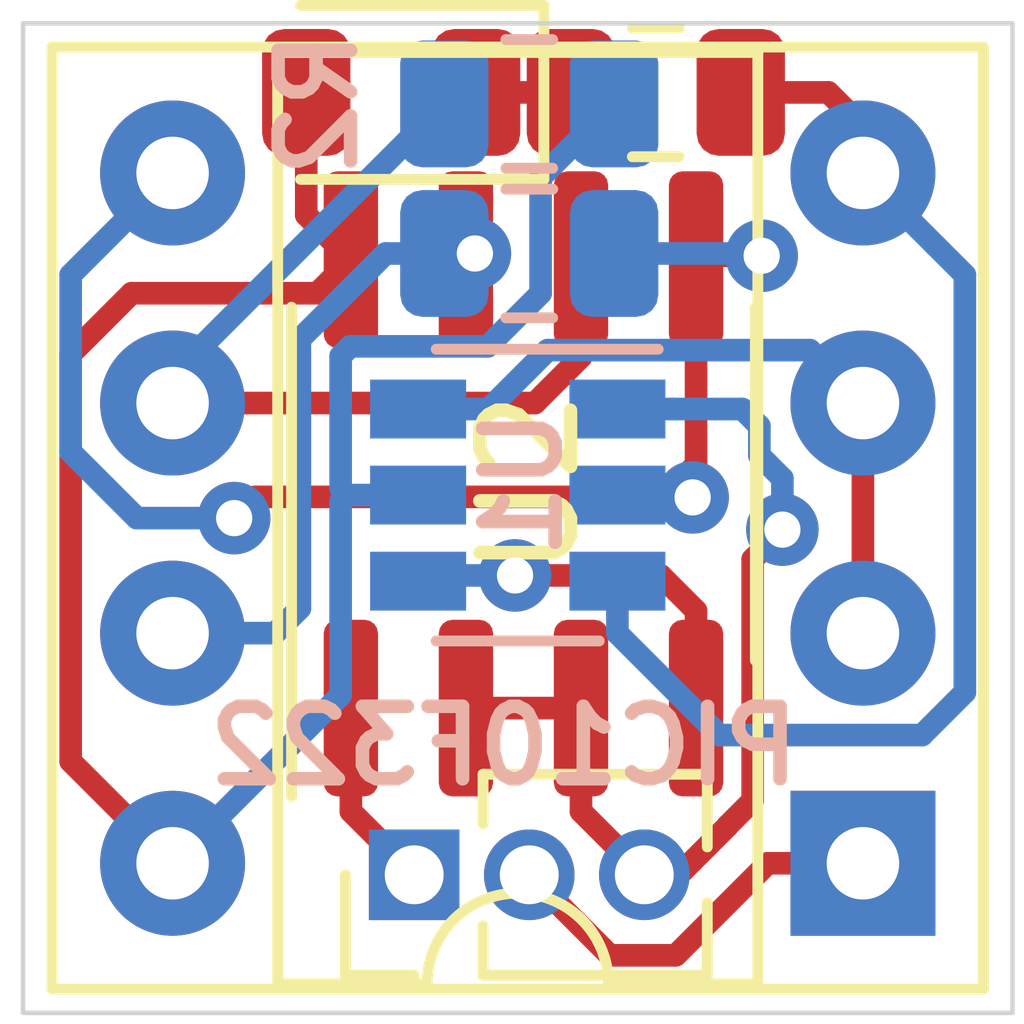
<source format=kicad_pcb>
(kicad_pcb (version 20171130) (host pcbnew 5.1.2-f72e74a~84~ubuntu16.04.1)

  (general
    (thickness 1.6)
    (drawings 9)
    (tracks 98)
    (zones 0)
    (modules 8)
    (nets 12)
  )

  (page A4)
  (title_block
    (title "RS232 to RS485")
    (date 2019-06-06)
    (rev 1.0)
    (company "Gerhard Bertelsmann")
  )

  (layers
    (0 F.Cu signal)
    (31 B.Cu signal)
    (32 B.Adhes user)
    (33 F.Adhes user)
    (34 B.Paste user)
    (35 F.Paste user)
    (36 B.SilkS user)
    (37 F.SilkS user)
    (38 B.Mask user)
    (39 F.Mask user)
    (40 Dwgs.User user)
    (41 Cmts.User user)
    (42 Eco1.User user)
    (43 Eco2.User user)
    (44 Edge.Cuts user)
    (45 Margin user)
    (46 B.CrtYd user)
    (47 F.CrtYd user)
    (48 B.Fab user)
    (49 F.Fab user)
  )

  (setup
    (last_trace_width 0.25)
    (trace_clearance 0.2)
    (zone_clearance 0.508)
    (zone_45_only no)
    (trace_min 0.2)
    (via_size 0.8)
    (via_drill 0.4)
    (via_min_size 0.4)
    (via_min_drill 0.3)
    (uvia_size 0.3)
    (uvia_drill 0.1)
    (uvias_allowed no)
    (uvia_min_size 0.2)
    (uvia_min_drill 0.1)
    (edge_width 0.05)
    (segment_width 0.2)
    (pcb_text_width 0.3)
    (pcb_text_size 1.5 1.5)
    (mod_edge_width 0.12)
    (mod_text_size 1 1)
    (mod_text_width 0.15)
    (pad_size 1.524 1.524)
    (pad_drill 0.762)
    (pad_to_mask_clearance 0.051)
    (solder_mask_min_width 0.25)
    (aux_axis_origin 0 0)
    (visible_elements FFFFFF7F)
    (pcbplotparams
      (layerselection 0x010f0_ffffffff)
      (usegerberextensions true)
      (usegerberattributes false)
      (usegerberadvancedattributes false)
      (creategerberjobfile false)
      (excludeedgelayer false)
      (linewidth 0.100000)
      (plotframeref false)
      (viasonmask false)
      (mode 1)
      (useauxorigin true)
      (hpglpennumber 1)
      (hpglpenspeed 20)
      (hpglpendiameter 15.000000)
      (psnegative false)
      (psa4output false)
      (plotreference true)
      (plotvalue true)
      (plotinvisibletext false)
      (padsonsilk false)
      (subtractmaskfromsilk false)
      (outputformat 1)
      (mirror false)
      (drillshape 0)
      (scaleselection 1)
      (outputdirectory "gerber"))
  )

  (net 0 "")
  (net 1 VCC)
  (net 2 "Net-(D1-Pad1)")
  (net 3 /TxD)
  (net 4 /B)
  (net 5 /MCLR)
  (net 6 /A)
  (net 7 GND)
  (net 8 /RxD)
  (net 9 "Net-(J2-Pad3)")
  (net 10 "Net-(J2-Pad1)")
  (net 11 "Net-(U1-Pad4)")

  (net_class Default "This is the default net class."
    (clearance 0.2)
    (trace_width 0.25)
    (via_dia 0.8)
    (via_drill 0.4)
    (uvia_dia 0.3)
    (uvia_drill 0.1)
    (add_net /A)
    (add_net /B)
    (add_net /MCLR)
    (add_net /RxD)
    (add_net /TxD)
    (add_net GND)
    (add_net "Net-(D1-Pad1)")
    (add_net "Net-(J2-Pad1)")
    (add_net "Net-(J2-Pad3)")
    (add_net "Net-(U1-Pad4)")
    (add_net VCC)
  )

  (module Resistor_SMD:R_0805_2012Metric (layer B.Cu) (tedit 5B36C52B) (tstamp 5CF98B1F)
    (at 131.064 100.457)
    (descr "Resistor SMD 0805 (2012 Metric), square (rectangular) end terminal, IPC_7351 nominal, (Body size source: https://docs.google.com/spreadsheets/d/1BsfQQcO9C6DZCsRaXUlFlo91Tg2WpOkGARC1WS5S8t0/edit?usp=sharing), generated with kicad-footprint-generator")
    (tags resistor)
    (path /5CFCBC02)
    (attr smd)
    (fp_text reference R3 (at -2.286 -0.0254 90) (layer B.SilkS) hide
      (effects (font (size 0.8 0.8) (thickness 0.15)) (justify mirror))
    )
    (fp_text value 1K (at 0 -1.65) (layer B.Fab) hide
      (effects (font (size 1 1) (thickness 0.15)) (justify mirror))
    )
    (fp_text user %R (at 0 0) (layer B.Fab)
      (effects (font (size 0.5 0.5) (thickness 0.08)) (justify mirror))
    )
    (fp_line (start 1.68 -0.95) (end -1.68 -0.95) (layer B.CrtYd) (width 0.05))
    (fp_line (start 1.68 0.95) (end 1.68 -0.95) (layer B.CrtYd) (width 0.05))
    (fp_line (start -1.68 0.95) (end 1.68 0.95) (layer B.CrtYd) (width 0.05))
    (fp_line (start -1.68 -0.95) (end -1.68 0.95) (layer B.CrtYd) (width 0.05))
    (fp_line (start -0.258578 -0.71) (end 0.258578 -0.71) (layer B.SilkS) (width 0.12))
    (fp_line (start -0.258578 0.71) (end 0.258578 0.71) (layer B.SilkS) (width 0.12))
    (fp_line (start 1 -0.6) (end -1 -0.6) (layer B.Fab) (width 0.1))
    (fp_line (start 1 0.6) (end 1 -0.6) (layer B.Fab) (width 0.1))
    (fp_line (start -1 0.6) (end 1 0.6) (layer B.Fab) (width 0.1))
    (fp_line (start -1 -0.6) (end -1 0.6) (layer B.Fab) (width 0.1))
    (pad 2 smd roundrect (at 0.9375 0) (size 0.975 1.4) (layers B.Cu B.Paste B.Mask) (roundrect_rratio 0.25)
      (net 7 GND))
    (pad 1 smd roundrect (at -0.9375 0) (size 0.975 1.4) (layers B.Cu B.Paste B.Mask) (roundrect_rratio 0.25)
      (net 4 /B))
    (model ${KISYS3DMOD}/Resistor_SMD.3dshapes/R_0805_2012Metric.wrl
      (at (xyz 0 0 0))
      (scale (xyz 1 1 1))
      (rotate (xyz 0 0 0))
    )
  )

  (module Resistor_SMD:R_0805_2012Metric (layer B.Cu) (tedit 5B36C52B) (tstamp 5CF98B0E)
    (at 131.064 98.806 180)
    (descr "Resistor SMD 0805 (2012 Metric), square (rectangular) end terminal, IPC_7351 nominal, (Body size source: https://docs.google.com/spreadsheets/d/1BsfQQcO9C6DZCsRaXUlFlo91Tg2WpOkGARC1WS5S8t0/edit?usp=sharing), generated with kicad-footprint-generator")
    (tags resistor)
    (path /5CFCB52A)
    (attr smd)
    (fp_text reference R2 (at 2.3345 0 90) (layer B.SilkS)
      (effects (font (size 0.8 0.8) (thickness 0.15)) (justify mirror))
    )
    (fp_text value 1K (at 0 -1.65) (layer B.Fab) hide
      (effects (font (size 1 1) (thickness 0.15)) (justify mirror))
    )
    (fp_text user %R (at 0 0) (layer B.Fab)
      (effects (font (size 0.5 0.5) (thickness 0.08)) (justify mirror))
    )
    (fp_line (start 1.68 -0.95) (end -1.68 -0.95) (layer B.CrtYd) (width 0.05))
    (fp_line (start 1.68 0.95) (end 1.68 -0.95) (layer B.CrtYd) (width 0.05))
    (fp_line (start -1.68 0.95) (end 1.68 0.95) (layer B.CrtYd) (width 0.05))
    (fp_line (start -1.68 -0.95) (end -1.68 0.95) (layer B.CrtYd) (width 0.05))
    (fp_line (start -0.258578 -0.71) (end 0.258578 -0.71) (layer B.SilkS) (width 0.12))
    (fp_line (start -0.258578 0.71) (end 0.258578 0.71) (layer B.SilkS) (width 0.12))
    (fp_line (start 1 -0.6) (end -1 -0.6) (layer B.Fab) (width 0.1))
    (fp_line (start 1 0.6) (end 1 -0.6) (layer B.Fab) (width 0.1))
    (fp_line (start -1 0.6) (end 1 0.6) (layer B.Fab) (width 0.1))
    (fp_line (start -1 -0.6) (end -1 0.6) (layer B.Fab) (width 0.1))
    (pad 2 smd roundrect (at 0.9375 0 180) (size 0.975 1.4) (layers B.Cu B.Paste B.Mask) (roundrect_rratio 0.25)
      (net 6 /A))
    (pad 1 smd roundrect (at -0.9375 0 180) (size 0.975 1.4) (layers B.Cu B.Paste B.Mask) (roundrect_rratio 0.25)
      (net 1 VCC))
    (model ${KISYS3DMOD}/Resistor_SMD.3dshapes/R_0805_2012Metric.wrl
      (at (xyz 0 0 0))
      (scale (xyz 1 1 1))
      (rotate (xyz 0 0 0))
    )
  )

  (module Resistor_SMD:R_0805_2012Metric (layer F.Cu) (tedit 5B36C52B) (tstamp 5CF98AFD)
    (at 132.461 98.679 180)
    (descr "Resistor SMD 0805 (2012 Metric), square (rectangular) end terminal, IPC_7351 nominal, (Body size source: https://docs.google.com/spreadsheets/d/1BsfQQcO9C6DZCsRaXUlFlo91Tg2WpOkGARC1WS5S8t0/edit?usp=sharing), generated with kicad-footprint-generator")
    (tags resistor)
    (path /5CF960AF)
    (attr smd)
    (fp_text reference R1 (at 0 -1.65) (layer F.SilkS) hide
      (effects (font (size 1 1) (thickness 0.15)))
    )
    (fp_text value 1k5 (at 0 1.65) (layer F.Fab) hide
      (effects (font (size 1 1) (thickness 0.15)))
    )
    (fp_text user %R (at 0 0) (layer F.Fab) hide
      (effects (font (size 0.5 0.5) (thickness 0.08)))
    )
    (fp_line (start 1.68 0.95) (end -1.68 0.95) (layer F.CrtYd) (width 0.05))
    (fp_line (start 1.68 -0.95) (end 1.68 0.95) (layer F.CrtYd) (width 0.05))
    (fp_line (start -1.68 -0.95) (end 1.68 -0.95) (layer F.CrtYd) (width 0.05))
    (fp_line (start -1.68 0.95) (end -1.68 -0.95) (layer F.CrtYd) (width 0.05))
    (fp_line (start -0.258578 0.71) (end 0.258578 0.71) (layer F.SilkS) (width 0.12))
    (fp_line (start -0.258578 -0.71) (end 0.258578 -0.71) (layer F.SilkS) (width 0.12))
    (fp_line (start 1 0.6) (end -1 0.6) (layer F.Fab) (width 0.1))
    (fp_line (start 1 -0.6) (end 1 0.6) (layer F.Fab) (width 0.1))
    (fp_line (start -1 -0.6) (end 1 -0.6) (layer F.Fab) (width 0.1))
    (fp_line (start -1 0.6) (end -1 -0.6) (layer F.Fab) (width 0.1))
    (pad 2 smd roundrect (at 0.9375 0 180) (size 0.975 1.4) (layers F.Cu F.Paste F.Mask) (roundrect_rratio 0.25)
      (net 2 "Net-(D1-Pad1)"))
    (pad 1 smd roundrect (at -0.9375 0 180) (size 0.975 1.4) (layers F.Cu F.Paste F.Mask) (roundrect_rratio 0.25)
      (net 3 /TxD))
    (model ${KISYS3DMOD}/Resistor_SMD.3dshapes/R_0805_2012Metric.wrl
      (at (xyz 0 0 0))
      (scale (xyz 1 1 1))
      (rotate (xyz 0 0 0))
    )
  )

  (module Package_SO:SOIC-8_3.9x4.9mm_P1.27mm (layer F.Cu) (tedit 5C97300E) (tstamp 5CF97204)
    (at 131 103 90)
    (descr "SOIC, 8 Pin (JEDEC MS-012AA, https://www.analog.com/media/en/package-pcb-resources/package/pkg_pdf/soic_narrow-r/r_8.pdf), generated with kicad-footprint-generator ipc_gullwing_generator.py")
    (tags "SOIC SO")
    (path /5CF9425F)
    (attr smd)
    (fp_text reference U2 (at 0.003 0.064 90) (layer F.SilkS)
      (effects (font (size 1 1) (thickness 0.15)))
    )
    (fp_text value MAX3072E (at 0 3.4 90) (layer F.Fab)
      (effects (font (size 1 1) (thickness 0.15)))
    )
    (fp_text user %R (at 0 0 90) (layer F.Fab)
      (effects (font (size 0.98 0.98) (thickness 0.15)))
    )
    (fp_line (start 3.7 -2.7) (end -3.7 -2.7) (layer F.CrtYd) (width 0.05))
    (fp_line (start 3.7 2.7) (end 3.7 -2.7) (layer F.CrtYd) (width 0.05))
    (fp_line (start -3.7 2.7) (end 3.7 2.7) (layer F.CrtYd) (width 0.05))
    (fp_line (start -3.7 -2.7) (end -3.7 2.7) (layer F.CrtYd) (width 0.05))
    (fp_line (start -1.95 -1.475) (end -0.975 -2.45) (layer F.Fab) (width 0.1))
    (fp_line (start -1.95 2.45) (end -1.95 -1.475) (layer F.Fab) (width 0.1))
    (fp_line (start 1.95 2.45) (end -1.95 2.45) (layer F.Fab) (width 0.1))
    (fp_line (start 1.95 -2.45) (end 1.95 2.45) (layer F.Fab) (width 0.1))
    (fp_line (start -0.975 -2.45) (end 1.95 -2.45) (layer F.Fab) (width 0.1))
    (fp_line (start 0 -2.56) (end -3.45 -2.56) (layer F.SilkS) (width 0.12))
    (fp_line (start 0 -2.56) (end 1.95 -2.56) (layer F.SilkS) (width 0.12))
    (fp_line (start 0 2.56) (end -1.95 2.56) (layer F.SilkS) (width 0.12))
    (fp_line (start 0 2.56) (end 1.95 2.56) (layer F.SilkS) (width 0.12))
    (pad 8 smd roundrect (at 2.475 -1.905 90) (size 1.95 0.6) (layers F.Cu F.Paste F.Mask) (roundrect_rratio 0.25)
      (net 1 VCC))
    (pad 7 smd roundrect (at 2.475 -0.635 90) (size 1.95 0.6) (layers F.Cu F.Paste F.Mask) (roundrect_rratio 0.25)
      (net 4 /B))
    (pad 6 smd roundrect (at 2.475 0.635 90) (size 1.95 0.6) (layers F.Cu F.Paste F.Mask) (roundrect_rratio 0.25)
      (net 6 /A))
    (pad 5 smd roundrect (at 2.475 1.905 90) (size 1.95 0.6) (layers F.Cu F.Paste F.Mask) (roundrect_rratio 0.25)
      (net 7 GND))
    (pad 4 smd roundrect (at -2.475 1.905 90) (size 1.95 0.6) (layers F.Cu F.Paste F.Mask) (roundrect_rratio 0.25)
      (net 11 "Net-(U1-Pad4)"))
    (pad 3 smd roundrect (at -2.475 0.635 90) (size 1.95 0.6) (layers F.Cu F.Paste F.Mask) (roundrect_rratio 0.25)
      (net 9 "Net-(J2-Pad3)"))
    (pad 2 smd roundrect (at -2.475 -0.635 90) (size 1.95 0.6) (layers F.Cu F.Paste F.Mask) (roundrect_rratio 0.25)
      (net 9 "Net-(J2-Pad3)"))
    (pad 1 smd roundrect (at -2.475 -1.905 90) (size 1.95 0.6) (layers F.Cu F.Paste F.Mask) (roundrect_rratio 0.25)
      (net 10 "Net-(J2-Pad1)"))
    (model ${KISYS3DMOD}/Package_SO.3dshapes/SOIC-8_3.9x4.9mm_P1.27mm.wrl
      (at (xyz 0 0 0))
      (scale (xyz 1 1 1))
      (rotate (xyz 0 0 0))
    )
  )

  (module Package_TO_SOT_SMD:SOT-23-6 (layer B.Cu) (tedit 5A02FF57) (tstamp 5CF971EA)
    (at 130.937 103.124 180)
    (descr "6-pin SOT-23 package")
    (tags SOT-23-6)
    (path /5CF917A7)
    (attr smd)
    (fp_text reference U1 (at -0.0508 0.127 90) (layer B.SilkS)
      (effects (font (size 0.8 0.8) (thickness 0.15)) (justify mirror))
    )
    (fp_text value PIC10F322 (at 0.1524 -2.7686) (layer B.SilkS)
      (effects (font (size 0.8 0.8) (thickness 0.15)) (justify mirror))
    )
    (fp_line (start 0.9 1.55) (end 0.9 -1.55) (layer B.Fab) (width 0.1))
    (fp_line (start 0.9 -1.55) (end -0.9 -1.55) (layer B.Fab) (width 0.1))
    (fp_line (start -0.9 0.9) (end -0.9 -1.55) (layer B.Fab) (width 0.1))
    (fp_line (start 0.9 1.55) (end -0.25 1.55) (layer B.Fab) (width 0.1))
    (fp_line (start -0.9 0.9) (end -0.25 1.55) (layer B.Fab) (width 0.1))
    (fp_line (start -1.9 1.8) (end -1.9 -1.8) (layer B.CrtYd) (width 0.05))
    (fp_line (start -1.9 -1.8) (end 1.9 -1.8) (layer B.CrtYd) (width 0.05))
    (fp_line (start 1.9 -1.8) (end 1.9 1.8) (layer B.CrtYd) (width 0.05))
    (fp_line (start 1.9 1.8) (end -1.9 1.8) (layer B.CrtYd) (width 0.05))
    (fp_line (start 0.9 1.61) (end -1.55 1.61) (layer B.SilkS) (width 0.12))
    (fp_line (start -0.9 -1.61) (end 0.9 -1.61) (layer B.SilkS) (width 0.12))
    (fp_text user %R (at 0 0 -90) (layer B.Fab)
      (effects (font (size 0.5 0.5) (thickness 0.075)) (justify mirror))
    )
    (pad 5 smd rect (at 1.1 0 180) (size 1.06 0.65) (layers B.Cu B.Paste B.Mask)
      (net 1 VCC))
    (pad 6 smd rect (at 1.1 0.95 180) (size 1.06 0.65) (layers B.Cu B.Paste B.Mask)
      (net 5 /MCLR))
    (pad 4 smd rect (at 1.1 -0.95 180) (size 1.06 0.65) (layers B.Cu B.Paste B.Mask)
      (net 11 "Net-(U1-Pad4)"))
    (pad 3 smd rect (at -1.1 -0.95 180) (size 1.06 0.65) (layers B.Cu B.Paste B.Mask)
      (net 3 /TxD))
    (pad 2 smd rect (at -1.1 0 180) (size 1.06 0.65) (layers B.Cu B.Paste B.Mask)
      (net 7 GND))
    (pad 1 smd rect (at -1.1 0.95 180) (size 1.06 0.65) (layers B.Cu B.Paste B.Mask)
      (net 9 "Net-(J2-Pad3)"))
    (model ${KISYS3DMOD}/Package_TO_SOT_SMD.3dshapes/SOT-23-6.wrl
      (at (xyz 0 0 0))
      (scale (xyz 1 1 1))
      (rotate (xyz 0 0 0))
    )
  )

  (module Connector_PinHeader_1.27mm:PinHeader_1x03_P1.27mm_Vertical (layer F.Cu) (tedit 59FED6E3) (tstamp 5CF9AB9A)
    (at 129.794 107.315 90)
    (descr "Through hole straight pin header, 1x03, 1.27mm pitch, single row")
    (tags "Through hole pin header THT 1x03 1.27mm single row")
    (path /5CFA6694)
    (fp_text reference J2 (at -0.3556 -1.27 90) (layer F.SilkS) hide
      (effects (font (size 0.8 0.8) (thickness 0.15)))
    )
    (fp_text value Conn_01x03 (at 0 4.235 90) (layer F.Fab) hide
      (effects (font (size 1 1) (thickness 0.15)))
    )
    (fp_text user %R (at 0 1.27) (layer F.Fab)
      (effects (font (size 1 1) (thickness 0.15)))
    )
    (fp_line (start 1.55 -1.15) (end -1.55 -1.15) (layer F.CrtYd) (width 0.05))
    (fp_line (start 1.55 3.7) (end 1.55 -1.15) (layer F.CrtYd) (width 0.05))
    (fp_line (start -1.55 3.7) (end 1.55 3.7) (layer F.CrtYd) (width 0.05))
    (fp_line (start -1.55 -1.15) (end -1.55 3.7) (layer F.CrtYd) (width 0.05))
    (fp_line (start -1.11 -0.76) (end 0 -0.76) (layer F.SilkS) (width 0.12))
    (fp_line (start -1.11 0) (end -1.11 -0.76) (layer F.SilkS) (width 0.12))
    (fp_line (start 0.563471 0.76) (end 1.11 0.76) (layer F.SilkS) (width 0.12))
    (fp_line (start -1.11 0.76) (end -0.563471 0.76) (layer F.SilkS) (width 0.12))
    (fp_line (start 1.11 0.76) (end 1.11 3.235) (layer F.SilkS) (width 0.12))
    (fp_line (start -1.11 0.76) (end -1.11 3.235) (layer F.SilkS) (width 0.12))
    (fp_line (start 0.30753 3.235) (end 1.11 3.235) (layer F.SilkS) (width 0.12))
    (fp_line (start -1.11 3.235) (end -0.30753 3.235) (layer F.SilkS) (width 0.12))
    (fp_line (start -1.05 -0.11) (end -0.525 -0.635) (layer F.Fab) (width 0.1))
    (fp_line (start -1.05 3.175) (end -1.05 -0.11) (layer F.Fab) (width 0.1))
    (fp_line (start 1.05 3.175) (end -1.05 3.175) (layer F.Fab) (width 0.1))
    (fp_line (start 1.05 -0.635) (end 1.05 3.175) (layer F.Fab) (width 0.1))
    (fp_line (start -0.525 -0.635) (end 1.05 -0.635) (layer F.Fab) (width 0.1))
    (pad 3 thru_hole oval (at 0 2.54 90) (size 1 1) (drill 0.65) (layers *.Cu *.Mask)
      (net 9 "Net-(J2-Pad3)"))
    (pad 2 thru_hole oval (at 0 1.27 90) (size 1 1) (drill 0.65) (layers *.Cu *.Mask)
      (net 8 /RxD))
    (pad 1 thru_hole rect (at 0 0 90) (size 1 1) (drill 0.65) (layers *.Cu *.Mask)
      (net 10 "Net-(J2-Pad1)"))
    (model ${KISYS3DMOD}/Connector_PinHeader_1.27mm.3dshapes/PinHeader_1x03_P1.27mm_Vertical.wrl
      (at (xyz 0 0 0))
      (scale (xyz 1 1 1))
      (rotate (xyz 0 0 0))
    )
  )

  (module Package_DIP:DIP-8_W7.62mm_Socket (layer F.Cu) (tedit 5A02E8C5) (tstamp 5CF9756F)
    (at 134.747 107.188 180)
    (descr "8-lead though-hole mounted DIP package, row spacing 7.62 mm (300 mils), Socket")
    (tags "THT DIP DIL PDIP 2.54mm 7.62mm 300mil Socket")
    (path /5CFA977F)
    (fp_text reference J1 (at 3.81 -2.33) (layer F.SilkS) hide
      (effects (font (size 1 1) (thickness 0.15)))
    )
    (fp_text value Conn_02x04_Counter_Clockwise (at 3.81 9.95) (layer F.Fab) hide
      (effects (font (size 1 1) (thickness 0.15)))
    )
    (fp_text user %R (at 3.81 3.81) (layer F.Fab) hide
      (effects (font (size 1 1) (thickness 0.15)))
    )
    (fp_line (start 9.15 -1.6) (end -1.55 -1.6) (layer F.CrtYd) (width 0.05))
    (fp_line (start 9.15 9.2) (end 9.15 -1.6) (layer F.CrtYd) (width 0.05))
    (fp_line (start -1.55 9.2) (end 9.15 9.2) (layer F.CrtYd) (width 0.05))
    (fp_line (start -1.55 -1.6) (end -1.55 9.2) (layer F.CrtYd) (width 0.05))
    (fp_line (start 8.95 -1.39) (end -1.33 -1.39) (layer F.SilkS) (width 0.12))
    (fp_line (start 8.95 9.01) (end 8.95 -1.39) (layer F.SilkS) (width 0.12))
    (fp_line (start -1.33 9.01) (end 8.95 9.01) (layer F.SilkS) (width 0.12))
    (fp_line (start -1.33 -1.39) (end -1.33 9.01) (layer F.SilkS) (width 0.12))
    (fp_line (start 6.46 -1.33) (end 4.81 -1.33) (layer F.SilkS) (width 0.12))
    (fp_line (start 6.46 8.95) (end 6.46 -1.33) (layer F.SilkS) (width 0.12))
    (fp_line (start 1.16 8.95) (end 6.46 8.95) (layer F.SilkS) (width 0.12))
    (fp_line (start 1.16 -1.33) (end 1.16 8.95) (layer F.SilkS) (width 0.12))
    (fp_line (start 2.81 -1.33) (end 1.16 -1.33) (layer F.SilkS) (width 0.12))
    (fp_line (start 8.89 -1.33) (end -1.27 -1.33) (layer F.Fab) (width 0.1))
    (fp_line (start 8.89 8.95) (end 8.89 -1.33) (layer F.Fab) (width 0.1))
    (fp_line (start -1.27 8.95) (end 8.89 8.95) (layer F.Fab) (width 0.1))
    (fp_line (start -1.27 -1.33) (end -1.27 8.95) (layer F.Fab) (width 0.1))
    (fp_line (start 0.635 -0.27) (end 1.635 -1.27) (layer F.Fab) (width 0.1))
    (fp_line (start 0.635 8.89) (end 0.635 -0.27) (layer F.Fab) (width 0.1))
    (fp_line (start 6.985 8.89) (end 0.635 8.89) (layer F.Fab) (width 0.1))
    (fp_line (start 6.985 -1.27) (end 6.985 8.89) (layer F.Fab) (width 0.1))
    (fp_line (start 1.635 -1.27) (end 6.985 -1.27) (layer F.Fab) (width 0.1))
    (fp_arc (start 3.81 -1.33) (end 2.81 -1.33) (angle -180) (layer F.SilkS) (width 0.12))
    (pad 8 thru_hole oval (at 7.62 0 180) (size 1.6 1.6) (drill 0.8) (layers *.Cu *.Mask)
      (net 1 VCC))
    (pad 4 thru_hole oval (at 0 7.62 180) (size 1.6 1.6) (drill 0.8) (layers *.Cu *.Mask)
      (net 3 /TxD))
    (pad 7 thru_hole oval (at 7.62 2.54 180) (size 1.6 1.6) (drill 0.8) (layers *.Cu *.Mask)
      (net 4 /B))
    (pad 3 thru_hole oval (at 0 5.08 180) (size 1.6 1.6) (drill 0.8) (layers *.Cu *.Mask)
      (net 5 /MCLR))
    (pad 6 thru_hole oval (at 7.62 5.08 180) (size 1.6 1.6) (drill 0.8) (layers *.Cu *.Mask)
      (net 6 /A))
    (pad 2 thru_hole oval (at 0 2.54 180) (size 1.6 1.6) (drill 0.8) (layers *.Cu *.Mask)
      (net 5 /MCLR))
    (pad 5 thru_hole oval (at 7.62 7.62 180) (size 1.6 1.6) (drill 0.8) (layers *.Cu *.Mask)
      (net 7 GND))
    (pad 1 thru_hole rect (at 0 0 180) (size 1.6 1.6) (drill 0.8) (layers *.Cu *.Mask)
      (net 8 /RxD))
  )

  (module LED_SMD:LED_0805_2012Metric (layer F.Cu) (tedit 5B36C52C) (tstamp 5CF9715E)
    (at 129.54 98.679 180)
    (descr "LED SMD 0805 (2012 Metric), square (rectangular) end terminal, IPC_7351 nominal, (Body size source: https://docs.google.com/spreadsheets/d/1BsfQQcO9C6DZCsRaXUlFlo91Tg2WpOkGARC1WS5S8t0/edit?usp=sharing), generated with kicad-footprint-generator")
    (tags diode)
    (path /5CFC5C3C)
    (attr smd)
    (fp_text reference D1 (at 0 -1.65) (layer F.SilkS) hide
      (effects (font (size 1 1) (thickness 0.15)))
    )
    (fp_text value LED (at 0 1.65) (layer F.Fab) hide
      (effects (font (size 1 1) (thickness 0.15)))
    )
    (fp_text user %R (at 0 0) (layer F.Fab) hide
      (effects (font (size 0.5 0.5) (thickness 0.08)))
    )
    (fp_line (start 1.68 0.95) (end -1.68 0.95) (layer F.CrtYd) (width 0.05))
    (fp_line (start 1.68 -0.95) (end 1.68 0.95) (layer F.CrtYd) (width 0.05))
    (fp_line (start -1.68 -0.95) (end 1.68 -0.95) (layer F.CrtYd) (width 0.05))
    (fp_line (start -1.68 0.95) (end -1.68 -0.95) (layer F.CrtYd) (width 0.05))
    (fp_line (start -1.685 0.96) (end 1 0.96) (layer F.SilkS) (width 0.12))
    (fp_line (start -1.685 -0.96) (end -1.685 0.96) (layer F.SilkS) (width 0.12))
    (fp_line (start 1 -0.96) (end -1.685 -0.96) (layer F.SilkS) (width 0.12))
    (fp_line (start 1 0.6) (end 1 -0.6) (layer F.Fab) (width 0.1))
    (fp_line (start -1 0.6) (end 1 0.6) (layer F.Fab) (width 0.1))
    (fp_line (start -1 -0.3) (end -1 0.6) (layer F.Fab) (width 0.1))
    (fp_line (start -0.7 -0.6) (end -1 -0.3) (layer F.Fab) (width 0.1))
    (fp_line (start 1 -0.6) (end -0.7 -0.6) (layer F.Fab) (width 0.1))
    (pad 2 smd roundrect (at 0.9375 0 180) (size 0.975 1.4) (layers F.Cu F.Paste F.Mask) (roundrect_rratio 0.25)
      (net 1 VCC))
    (pad 1 smd roundrect (at -0.9375 0 180) (size 0.975 1.4) (layers F.Cu F.Paste F.Mask) (roundrect_rratio 0.25)
      (net 2 "Net-(D1-Pad1)"))
    (model ${KISYS3DMOD}/LED_SMD.3dshapes/LED_0805_2012Metric.wrl
      (at (xyz 0 0 0))
      (scale (xyz 1 1 1))
      (rotate (xyz 0 0 0))
    )
  )

  (gr_line (start 125.603 108.839) (end 125.476 108.839) (layer Edge.Cuts) (width 0.05) (tstamp 5CF99E67))
  (gr_line (start 125.476 108.712) (end 125.476 108.839) (layer Edge.Cuts) (width 0.05))
  (gr_line (start 125.476 97.917) (end 125.603 97.917) (layer Edge.Cuts) (width 0.05) (tstamp 5CF99DFD))
  (gr_line (start 136.398 97.917) (end 136.271 97.917) (layer Edge.Cuts) (width 0.05) (tstamp 5CF99B15))
  (gr_line (start 136.271 108.839) (end 136.398 108.839) (layer Edge.Cuts) (width 0.05) (tstamp 5CF99B14))
  (gr_line (start 136.271 108.839) (end 125.603 108.839) (layer Edge.Cuts) (width 0.05))
  (gr_line (start 136.398 97.917) (end 136.398 108.839) (layer Edge.Cuts) (width 0.05))
  (gr_line (start 125.603 97.917) (end 136.271 97.917) (layer Edge.Cuts) (width 0.05))
  (gr_line (start 125.476 108.712) (end 125.476 97.917) (layer Edge.Cuts) (width 0.05))

  (segment (start 128.6025 100.0325) (end 129.095 100.525) (width 0.25) (layer F.Cu) (net 1))
  (segment (start 128.6025 98.679) (end 128.6025 100.0325) (width 0.25) (layer F.Cu) (net 1))
  (segment (start 127.127 107.188) (end 126.001999 106.062999) (width 0.25) (layer F.Cu) (net 1))
  (segment (start 126.001999 106.062999) (end 126.001999 101.567999) (width 0.25) (layer F.Cu) (net 1))
  (segment (start 126.001999 101.567999) (end 126.674288 100.89571) (width 0.25) (layer F.Cu) (net 1))
  (segment (start 128.72429 100.89571) (end 129.095 100.525) (width 0.25) (layer F.Cu) (net 1))
  (segment (start 126.674288 100.89571) (end 128.72429 100.89571) (width 0.25) (layer F.Cu) (net 1))
  (segment (start 128.981999 105.333001) (end 128.981999 103.199001) (width 0.25) (layer B.Cu) (net 1))
  (segment (start 128.981999 103.199001) (end 129.057 103.124) (width 0.25) (layer B.Cu) (net 1))
  (segment (start 129.057 103.124) (end 129.837 103.124) (width 0.25) (layer B.Cu) (net 1))
  (segment (start 127.127 107.188) (end 128.981999 105.333001) (width 0.25) (layer B.Cu) (net 1))
  (segment (start 128.981999 103.048999) (end 129.057 103.124) (width 0.25) (layer B.Cu) (net 1))
  (segment (start 128.981999 101.588999) (end 128.981999 103.048999) (width 0.25) (layer B.Cu) (net 1))
  (segment (start 130.60584 101.48201) (end 129.088988 101.48201) (width 0.25) (layer B.Cu) (net 1))
  (segment (start 131.18899 100.89886) (end 130.60584 101.48201) (width 0.25) (layer B.Cu) (net 1))
  (segment (start 131.18899 99.61851) (end 131.18899 100.89886) (width 0.25) (layer B.Cu) (net 1))
  (segment (start 129.088988 101.48201) (end 128.981999 101.588999) (width 0.25) (layer B.Cu) (net 1))
  (segment (start 132.0015 98.806) (end 131.18899 99.61851) (width 0.25) (layer B.Cu) (net 1))
  (segment (start 131.5235 98.679) (end 130.4775 98.679) (width 0.25) (layer F.Cu) (net 2))
  (segment (start 135.546999 100.367999) (end 134.747 99.568) (width 0.25) (layer B.Cu) (net 3))
  (segment (start 132.037 104.074) (end 132.037 104.649) (width 0.25) (layer B.Cu) (net 3))
  (segment (start 132.037 104.649) (end 133.161001 105.773001) (width 0.25) (layer B.Cu) (net 3))
  (segment (start 135.399999 105.773001) (end 135.872001 105.300999) (width 0.25) (layer B.Cu) (net 3))
  (segment (start 135.872001 105.300999) (end 135.872001 100.693001) (width 0.25) (layer B.Cu) (net 3))
  (segment (start 133.161001 105.773001) (end 135.399999 105.773001) (width 0.25) (layer B.Cu) (net 3))
  (segment (start 135.872001 100.693001) (end 135.546999 100.367999) (width 0.25) (layer B.Cu) (net 3))
  (segment (start 134.747 99.568) (end 134.747 99.06) (width 0.25) (layer F.Cu) (net 3))
  (segment (start 134.366 98.679) (end 133.3985 98.679) (width 0.25) (layer F.Cu) (net 3))
  (segment (start 134.747 99.06) (end 134.366 98.679) (width 0.25) (layer F.Cu) (net 3))
  (segment (start 128.25837 104.648) (end 127.127 104.648) (width 0.25) (layer B.Cu) (net 4))
  (segment (start 130.1265 100.457) (end 129.477587 100.457) (width 0.25) (layer B.Cu) (net 4))
  (segment (start 128.531988 101.402599) (end 128.531988 104.374382) (width 0.25) (layer B.Cu) (net 4))
  (segment (start 129.477587 100.457) (end 128.531988 101.402599) (width 0.25) (layer B.Cu) (net 4))
  (segment (start 128.531988 104.374382) (end 128.25837 104.648) (width 0.25) (layer B.Cu) (net 4))
  (segment (start 130.1265 100.457) (end 130.46398 100.457) (width 0.25) (layer B.Cu) (net 4))
  (via (at 130.46398 100.457) (size 0.8) (drill 0.4) (layers F.Cu B.Cu) (net 4))
  (segment (start 130.433 100.457) (end 130.365 100.525) (width 0.25) (layer F.Cu) (net 4))
  (segment (start 130.46398 100.457) (end 130.433 100.457) (width 0.25) (layer F.Cu) (net 4))
  (segment (start 129.837 102.174) (end 130.617 102.174) (width 0.25) (layer B.Cu) (net 5))
  (segment (start 134.162999 101.523999) (end 134.747 102.108) (width 0.25) (layer B.Cu) (net 5))
  (segment (start 130.617 102.174) (end 131.267001 101.523999) (width 0.25) (layer B.Cu) (net 5))
  (segment (start 131.267001 101.523999) (end 134.162999 101.523999) (width 0.25) (layer B.Cu) (net 5))
  (segment (start 134.747 104.648) (end 134.747 102.108) (width 0.25) (layer F.Cu) (net 5))
  (segment (start 127.127 101.8055) (end 127.127 102.108) (width 0.25) (layer B.Cu) (net 6))
  (segment (start 130.1265 98.806) (end 127.127 101.8055) (width 0.25) (layer B.Cu) (net 6))
  (segment (start 131.635 100.525) (end 131.635 101.6) (width 0.25) (layer F.Cu) (net 6))
  (segment (start 131.635 101.6) (end 131.127 102.108) (width 0.25) (layer F.Cu) (net 6))
  (segment (start 128.25837 102.108) (end 127.127 102.108) (width 0.25) (layer F.Cu) (net 6))
  (segment (start 131.127 102.108) (end 128.25837 102.108) (width 0.25) (layer F.Cu) (net 6))
  (segment (start 132.037 103.124) (end 132.051352 103.109648) (width 0.25) (layer B.Cu) (net 7))
  (segment (start 132.905 100.525) (end 132.905 102.789569) (width 0.25) (layer F.Cu) (net 7))
  (via (at 127.806978 103.377991) (size 0.8) (drill 0.4) (layers F.Cu B.Cu) (net 7))
  (segment (start 132.551415 103.143154) (end 128.041815 103.143154) (width 0.25) (layer F.Cu) (net 7))
  (segment (start 128.041815 103.143154) (end 127.806978 103.377991) (width 0.25) (layer F.Cu) (net 7))
  (segment (start 126.327001 100.367999) (end 127.127 99.568) (width 0.25) (layer B.Cu) (net 7))
  (segment (start 126.001999 100.693001) (end 126.327001 100.367999) (width 0.25) (layer B.Cu) (net 7))
  (segment (start 126.001999 102.648001) (end 126.001999 100.693001) (width 0.25) (layer B.Cu) (net 7))
  (segment (start 126.731989 103.377991) (end 126.001999 102.648001) (width 0.25) (layer B.Cu) (net 7))
  (segment (start 127.806978 103.377991) (end 126.731989 103.377991) (width 0.25) (layer B.Cu) (net 7))
  (segment (start 132.905 102.789569) (end 132.551415 103.143154) (width 0.25) (layer F.Cu) (net 7))
  (segment (start 132.551415 103.143154) (end 132.861154 103.143154) (width 0.25) (layer F.Cu) (net 7))
  (via (at 132.8674 103.1494) (size 0.8) (drill 0.4) (layers F.Cu B.Cu) (net 7))
  (segment (start 132.861154 103.143154) (end 132.8674 103.1494) (width 0.25) (layer F.Cu) (net 7))
  (segment (start 132.0624 103.1494) (end 132.037 103.124) (width 0.25) (layer B.Cu) (net 7))
  (segment (start 132.8674 103.1494) (end 132.0624 103.1494) (width 0.25) (layer B.Cu) (net 7))
  (via (at 133.6294 100.4824) (size 0.8) (drill 0.4) (layers F.Cu B.Cu) (net 7))
  (segment (start 132.0015 100.457) (end 133.604 100.457) (width 0.25) (layer B.Cu) (net 7))
  (segment (start 133.604 100.457) (end 133.6294 100.4824) (width 0.25) (layer B.Cu) (net 7))
  (segment (start 132.9476 100.4824) (end 132.905 100.525) (width 0.25) (layer F.Cu) (net 7))
  (segment (start 133.6294 100.4824) (end 132.9476 100.4824) (width 0.25) (layer F.Cu) (net 7))
  (segment (start 131.064 107.315) (end 131.953 108.204) (width 0.25) (layer F.Cu) (net 8))
  (segment (start 133.697 107.188) (end 134.747 107.188) (width 0.25) (layer F.Cu) (net 8))
  (segment (start 132.681 108.204) (end 133.697 107.188) (width 0.25) (layer F.Cu) (net 8))
  (segment (start 131.953 108.204) (end 132.681 108.204) (width 0.25) (layer F.Cu) (net 8))
  (segment (start 131.635 106.616) (end 131.635 105.475) (width 0.25) (layer F.Cu) (net 9))
  (segment (start 132.334 107.315) (end 131.635 106.616) (width 0.25) (layer F.Cu) (net 9))
  (segment (start 131.635 105.475) (end 130.365 105.475) (width 0.25) (layer F.Cu) (net 9))
  (segment (start 133.53001 103.83299) (end 133.858 103.505) (width 0.25) (layer F.Cu) (net 9))
  (segment (start 133.251758 106.77501) (end 133.53001 106.496758) (width 0.25) (layer F.Cu) (net 9))
  (via (at 133.858 103.505) (size 0.8) (drill 0.4) (layers F.Cu B.Cu) (net 9))
  (segment (start 133.53001 106.496758) (end 133.53001 103.83299) (width 0.25) (layer F.Cu) (net 9))
  (segment (start 132.334 107.315) (end 132.715 107.315) (width 0.25) (layer F.Cu) (net 9))
  (segment (start 133.251758 106.778242) (end 133.251758 106.77501) (width 0.25) (layer F.Cu) (net 9))
  (segment (start 132.715 107.315) (end 133.251758 106.778242) (width 0.25) (layer F.Cu) (net 9))
  (segment (start 133.416 102.174) (end 132.655263 102.174) (width 0.25) (layer B.Cu) (net 9))
  (segment (start 132.655263 102.174) (end 132.037 102.174) (width 0.25) (layer B.Cu) (net 9))
  (segment (start 133.858 102.939315) (end 133.604 102.685315) (width 0.25) (layer B.Cu) (net 9))
  (segment (start 133.858 103.505) (end 133.858 102.939315) (width 0.25) (layer B.Cu) (net 9))
  (segment (start 133.604 102.362) (end 133.416 102.174) (width 0.25) (layer B.Cu) (net 9))
  (segment (start 133.604 102.685315) (end 133.604 102.362) (width 0.25) (layer B.Cu) (net 9))
  (segment (start 129.095 106.616) (end 129.095 105.475) (width 0.25) (layer F.Cu) (net 10))
  (segment (start 129.794 107.315) (end 129.095 106.616) (width 0.25) (layer F.Cu) (net 10))
  (via (at 130.907 104.010763) (size 0.8) (drill 0.4) (layers F.Cu B.Cu) (net 11))
  (segment (start 132.905 105.475) (end 132.905 104.4) (width 0.25) (layer F.Cu) (net 11))
  (segment (start 132.515763 104.010763) (end 130.907 104.010763) (width 0.25) (layer F.Cu) (net 11))
  (segment (start 132.905 104.4) (end 132.515763 104.010763) (width 0.25) (layer F.Cu) (net 11))
  (segment (start 129.900237 104.010763) (end 129.837 104.074) (width 0.25) (layer B.Cu) (net 11))
  (segment (start 130.907 104.010763) (end 129.900237 104.010763) (width 0.25) (layer B.Cu) (net 11))

  (zone (net 0) (net_name "") (layer F.Cu) (tstamp 5CF9B336) (hatch edge 0.508)
    (connect_pads (clearance 0.508))
    (min_thickness 0.254)
    (fill yes (arc_segments 32) (thermal_gap 0.508) (thermal_bridge_width 0.508))
    (polygon
      (pts
        (xy 125.349 97.79) (xy 136.525 97.79) (xy 136.525 108.966) (xy 125.222 108.966)
      )
    )
  )
  (zone (net 0) (net_name "") (layer B.Cu) (tstamp 5CF9B333) (hatch edge 0.508)
    (connect_pads (clearance 0.508))
    (min_thickness 0.254)
    (fill yes (arc_segments 32) (thermal_gap 0.508) (thermal_bridge_width 0.508))
    (polygon
      (pts
        (xy 125.349 97.79) (xy 136.525 97.79) (xy 136.525 108.966) (xy 125.222 108.966)
      )
    )
  )
)

</source>
